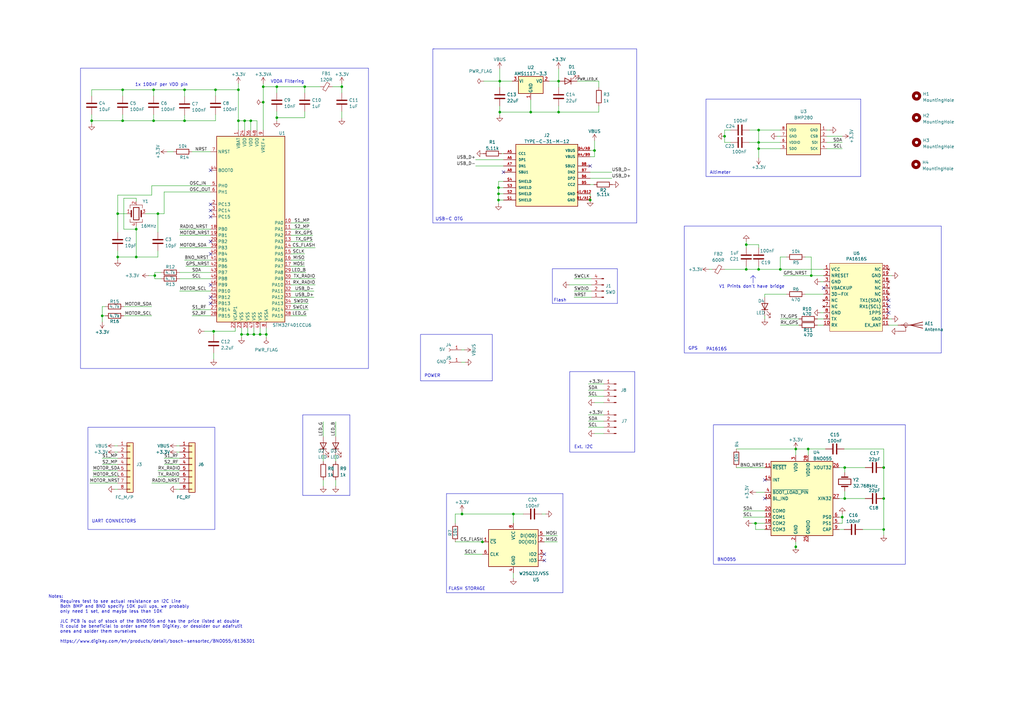
<source format=kicad_sch>
(kicad_sch (version 20231120) (generator "eeschema") (generator_version "8.0")
  (paper "A3")
  (junction (at 311.15 53.34))
  (junction (at 309.88 214.63))
  (junction (at 87.63 135.89))
  (junction (at 62.992 36.83))
  (junction (at 99.06 137.16))
  (junction (at 326.39 184.15))
  (junction (at 229.108 45.974))
  (junction (at 306.07 100.33))
  (junction (at 311.15 110.49))
  (junction (at 346.456 204.47))
  (junction (at 345.44 212.09))
  (junction (at 243.84 61.722))
  (junction (at 311.15 58.42))
  (junction (at 326.39 224.282))
  (junction (at 55.88 93.98))
  (junction (at 197.866 222.25))
  (junction (at 64.77 87.63))
  (junction (at 62.992 49.53))
  (junction (at 320.04 110.49))
  (junction (at 204.47 76.962))
  (junction (at 346.456 191.77))
  (junction (at 48.26 105.41))
  (junction (at 204.47 82.042))
  (junction (at 124.968 35.56))
  (junction (at 362.458 191.77))
  (junction (at 48.26 87.63))
  (junction (at 106.68 137.16))
  (junction (at 75.692 36.83))
  (junction (at 311.15 60.96))
  (junction (at 55.88 105.41))
  (junction (at 113.538 35.56))
  (junction (at 204.47 79.502))
  (junction (at 101.6 137.16))
  (junction (at 140.208 35.56))
  (junction (at 210.566 210.82))
  (junction (at 41.91 129.54))
  (junction (at 204.978 33.274))
  (junction (at 102.87 49.53))
  (junction (at 297.18 55.88))
  (junction (at 362.458 217.17))
  (junction (at 331.47 184.15))
  (junction (at 229.108 33.274))
  (junction (at 107.95 41.91))
  (junction (at 104.14 137.16))
  (junction (at 63.5 113.03))
  (junction (at 107.95 35.56))
  (junction (at 88.392 36.83))
  (junction (at 332.74 113.03))
  (junction (at 97.79 36.83))
  (junction (at 100.33 49.53))
  (junction (at 217.678 45.974))
  (junction (at 97.79 49.53))
  (junction (at 50.292 36.83))
  (junction (at 37.592 49.53))
  (junction (at 109.22 137.16))
  (junction (at 50.292 49.53))
  (junction (at 113.538 48.26))
  (junction (at 204.978 45.974))
  (junction (at 242.062 82.042))
  (junction (at 189.484 210.82))
  (junction (at 75.692 49.53))
  (junction (at 306.07 110.49))
  (junction (at 362.458 204.47))
  (no_connect (at 337.82 118.11))
  (no_connect (at 364.49 125.73))
  (no_connect (at 364.49 128.27))
  (no_connect (at 86.36 99.06))
  (no_connect (at 206.502 70.612))
  (no_connect (at 86.36 121.92))
  (no_connect (at 86.36 116.84))
  (no_connect (at 86.36 104.14))
  (no_connect (at 86.36 83.82))
  (no_connect (at 86.36 86.36))
  (no_connect (at 86.36 88.9))
  (no_connect (at 86.36 69.85))
  (no_connect (at 242.062 68.072))
  (no_connect (at 364.49 123.19))
  (no_connect (at 313.69 196.85))
  (no_connect (at 313.69 204.47))
  (no_connect (at 86.36 124.46))
  (no_connect (at 223.266 227.33))
  (no_connect (at 223.266 229.87))
  (wire (pts (xy 346.456 191.77) (xy 354.838 191.77)))
  (wire (pts (xy 68.58 62.23) (xy 71.12 62.23)))
  (polyline (pts (xy 226.568 110.236) (xy 226.568 124.46)))
  (wire (pts (xy 88.392 36.83) (xy 97.79 36.83)))
  (wire (pts (xy 297.18 58.42) (xy 299.72 58.42)))
  (wire (pts (xy 119.38 96.52) (xy 128.27 96.52)))
  (wire (pts (xy 229.108 43.434) (xy 229.108 45.974)))
  (wire (pts (xy 346.202 184.15) (xy 362.458 184.15)))
  (wire (pts (xy 87.63 144.78) (xy 87.63 147.32)))
  (wire (pts (xy 55.88 93.98) (xy 55.88 92.71)))
  (wire (pts (xy 309.88 217.17) (xy 309.88 214.63)))
  (wire (pts (xy 62.23 76.2) (xy 62.23 80.01)))
  (wire (pts (xy 321.31 113.03) (xy 332.74 113.03)))
  (wire (pts (xy 242.57 114.3) (xy 235.458 114.3)))
  (wire (pts (xy 292.1 110.49) (xy 290.83 110.49)))
  (wire (pts (xy 48.26 87.63) (xy 48.26 95.25)))
  (wire (pts (xy 41.91 129.54) (xy 43.18 129.54)))
  (wire (pts (xy 190.5 227.33) (xy 197.866 227.33)))
  (wire (pts (xy 124.968 45.72) (xy 124.968 48.26)))
  (wire (pts (xy 320.04 133.35) (xy 327.66 133.35)))
  (wire (pts (xy 311.15 58.42) (xy 311.15 60.96)))
  (wire (pts (xy 132.588 186.69) (xy 132.588 189.23)))
  (wire (pts (xy 107.95 41.91) (xy 107.95 53.34)))
  (wire (pts (xy 217.678 40.894) (xy 217.678 45.974)))
  (wire (pts (xy 132.588 196.85) (xy 132.588 199.39)))
  (wire (pts (xy 73.66 114.3) (xy 86.36 114.3)))
  (wire (pts (xy 50.292 46.99) (xy 50.292 49.53)))
  (wire (pts (xy 346.456 204.47) (xy 344.17 204.47)))
  (wire (pts (xy 204.978 33.274) (xy 210.058 33.274)))
  (wire (pts (xy 344.17 217.17) (xy 346.202 217.17)))
  (wire (pts (xy 310.134 201.93) (xy 313.69 201.93)))
  (wire (pts (xy 97.79 34.29) (xy 97.79 36.83)))
  (wire (pts (xy 48.26 87.63) (xy 52.07 87.63)))
  (wire (pts (xy 62.992 46.99) (xy 62.992 49.53)))
  (wire (pts (xy 362.458 191.77) (xy 362.458 204.47)))
  (wire (pts (xy 243.84 61.722) (xy 242.062 61.722)))
  (polyline (pts (xy 261.112 91.44) (xy 177.546 91.44)))
  (wire (pts (xy 242.062 70.612) (xy 250.952 70.612)))
  (wire (pts (xy 102.87 49.53) (xy 100.33 49.53)))
  (wire (pts (xy 140.208 34.29) (xy 140.208 35.56)))
  (wire (pts (xy 64.77 87.63) (xy 64.77 95.25)))
  (wire (pts (xy 326.39 222.25) (xy 326.39 224.282)))
  (wire (pts (xy 101.6 134.62) (xy 101.6 137.16)))
  (wire (pts (xy 336.55 115.57) (xy 337.82 115.57)))
  (wire (pts (xy 189.484 209.804) (xy 189.484 210.82)))
  (wire (pts (xy 48.26 102.87) (xy 48.26 105.41)))
  (wire (pts (xy 313.69 120.65) (xy 313.69 121.92)))
  (wire (pts (xy 46.99 200.66) (xy 48.26 200.66)))
  (wire (pts (xy 62.23 80.01) (xy 48.26 80.01)))
  (wire (pts (xy 88.392 49.53) (xy 75.692 49.53)))
  (wire (pts (xy 204.978 28.194) (xy 204.978 33.274)))
  (wire (pts (xy 41.91 125.73) (xy 41.91 129.54)))
  (wire (pts (xy 223.266 222.25) (xy 228.6 222.25)))
  (wire (pts (xy 50.8 81.28) (xy 50.8 93.98)))
  (wire (pts (xy 364.49 113.03) (xy 365.76 113.03)))
  (wire (pts (xy 229.108 45.974) (xy 217.678 45.974)))
  (wire (pts (xy 113.538 45.72) (xy 113.538 48.26)))
  (wire (pts (xy 78.74 127) (xy 86.36 127)))
  (wire (pts (xy 72.39 200.66) (xy 73.66 200.66)))
  (polyline (pts (xy 230.886 243.078) (xy 183.134 243.078)))
  (wire (pts (xy 88.392 39.37) (xy 88.392 36.83)))
  (polyline (pts (xy 183.134 202.438) (xy 230.886 202.438)))
  (wire (pts (xy 55.88 93.98) (xy 55.88 105.41)))
  (wire (pts (xy 339.09 58.42) (xy 345.44 58.42)))
  (wire (pts (xy 124.968 38.1) (xy 124.968 35.56)))
  (wire (pts (xy 320.04 105.41) (xy 322.58 105.41)))
  (wire (pts (xy 55.88 81.28) (xy 50.8 81.28)))
  (polyline (pts (xy 308.862 113.034) (xy 308.862 113.542)))
  (polyline (pts (xy 183.134 202.438) (xy 183.134 243.078)))
  (wire (pts (xy 132.588 172.974) (xy 132.588 179.07)))
  (wire (pts (xy 140.208 45.72) (xy 140.208 48.514)))
  (wire (pts (xy 76.2 109.22) (xy 86.36 109.22)))
  (wire (pts (xy 311.15 53.34) (xy 320.04 53.34)))
  (wire (pts (xy 119.38 121.92) (xy 128.778 121.92)))
  (polyline (pts (xy 124.206 203.2) (xy 143.51 203.2)))
  (wire (pts (xy 78.74 129.54) (xy 86.36 129.54)))
  (wire (pts (xy 204.978 33.274) (xy 204.978 35.814)))
  (wire (pts (xy 204.47 76.962) (xy 204.47 79.502)))
  (wire (pts (xy 302.006 191.77) (xy 313.69 191.77)))
  (wire (pts (xy 109.22 137.16) (xy 109.22 138.43)))
  (wire (pts (xy 331.47 184.15) (xy 331.47 186.69)))
  (wire (pts (xy 97.79 36.83) (xy 97.79 49.53)))
  (wire (pts (xy 326.39 184.15) (xy 326.39 186.69)))
  (wire (pts (xy 344.17 212.09) (xy 345.44 212.09)))
  (wire (pts (xy 320.04 110.49) (xy 337.82 110.49)))
  (wire (pts (xy 83.82 135.89) (xy 87.63 135.89)))
  (wire (pts (xy 306.07 110.49) (xy 306.07 109.22)))
  (wire (pts (xy 73.66 101.6) (xy 86.36 101.6)))
  (wire (pts (xy 119.38 129.54) (xy 125.73 129.54)))
  (wire (pts (xy 113.538 48.26) (xy 124.968 48.26)))
  (wire (pts (xy 198.12 222.25) (xy 197.866 222.25)))
  (wire (pts (xy 63.5 114.3) (xy 66.04 114.3)))
  (wire (pts (xy 311.15 60.96) (xy 320.04 60.96)))
  (wire (pts (xy 105.41 49.53) (xy 102.87 49.53)))
  (wire (pts (xy 345.44 214.63) (xy 345.44 212.09)))
  (wire (pts (xy 245.618 33.274) (xy 245.618 35.814)))
  (wire (pts (xy 137.668 196.85) (xy 137.668 199.39)))
  (wire (pts (xy 198.374 33.274) (xy 204.978 33.274)))
  (wire (pts (xy 64.77 195.58) (xy 73.66 195.58)))
  (wire (pts (xy 353.822 217.17) (xy 362.458 217.17)))
  (wire (pts (xy 318.77 55.88) (xy 320.04 55.88)))
  (wire (pts (xy 306.07 110.49) (xy 311.15 110.49)))
  (wire (pts (xy 297.18 55.88) (xy 297.18 58.42)))
  (wire (pts (xy 101.6 137.16) (xy 99.06 137.16)))
  (wire (pts (xy 204.47 79.502) (xy 206.502 79.502)))
  (wire (pts (xy 245.618 45.974) (xy 229.108 45.974)))
  (wire (pts (xy 225.298 33.274) (xy 229.108 33.274)))
  (wire (pts (xy 109.22 134.62) (xy 109.22 137.16)))
  (wire (pts (xy 109.22 137.16) (xy 106.68 137.16)))
  (wire (pts (xy 326.39 184.15) (xy 331.47 184.15)))
  (wire (pts (xy 106.68 134.62) (xy 106.68 137.16)))
  (polyline (pts (xy 177.546 91.44) (xy 177.546 20.066)))
  (wire (pts (xy 311.15 110.49) (xy 320.04 110.49)))
  (wire (pts (xy 124.968 35.56) (xy 131.318 35.56)))
  (wire (pts (xy 73.66 96.52) (xy 86.36 96.52)))
  (polyline (pts (xy 308.862 113.542) (xy 308.862 116.082)))
  (wire (pts (xy 346.456 204.47) (xy 354.838 204.47)))
  (wire (pts (xy 222.25 210.82) (xy 223.774 210.82)))
  (wire (pts (xy 67.31 187.96) (xy 73.66 187.96)))
  (wire (pts (xy 137.668 172.974) (xy 137.668 179.07)))
  (wire (pts (xy 55.88 82.55) (xy 55.88 81.28)))
  (polyline (pts (xy 261.112 20.066) (xy 261.112 91.44)))
  (polyline (pts (xy 226.568 110.236) (xy 253.238 110.236)))
  (wire (pts (xy 50.8 93.98) (xy 55.88 93.98)))
  (wire (pts (xy 46.99 182.88) (xy 48.26 182.88)))
  (wire (pts (xy 336.55 128.27) (xy 337.82 128.27)))
  (wire (pts (xy 119.38 124.46) (xy 126.492 124.46)))
  (wire (pts (xy 106.68 137.16) (xy 104.14 137.16)))
  (wire (pts (xy 242.062 73.152) (xy 250.952 73.152)))
  (wire (pts (xy 313.69 120.65) (xy 322.58 120.65)))
  (wire (pts (xy 235.458 121.92) (xy 242.57 121.92)))
  (wire (pts (xy 332.74 113.03) (xy 332.74 105.41)))
  (wire (pts (xy 233.426 116.84) (xy 242.57 116.84)))
  (wire (pts (xy 119.38 93.98) (xy 127 93.98)))
  (wire (pts (xy 119.38 104.14) (xy 124.968 104.14)))
  (wire (pts (xy 204.47 76.962) (xy 206.502 76.962)))
  (wire (pts (xy 223.266 219.71) (xy 228.6 219.71)))
  (wire (pts (xy 186.69 210.82) (xy 189.484 210.82)))
  (wire (pts (xy 37.592 39.37) (xy 37.592 36.83)))
  (wire (pts (xy 75.692 49.53) (xy 62.992 49.53)))
  (wire (pts (xy 311.15 53.34) (xy 311.15 58.42)))
  (wire (pts (xy 243.84 177.8) (xy 247.65 177.8)))
  (wire (pts (xy 64.77 105.41) (xy 55.88 105.41)))
  (wire (pts (xy 206.502 74.422) (xy 204.47 74.422)))
  (wire (pts (xy 306.07 100.33) (xy 311.15 100.33)))
  (wire (pts (xy 229.108 33.274) (xy 229.108 28.194)))
  (wire (pts (xy 140.208 35.56) (xy 140.208 38.1)))
  (wire (pts (xy 113.538 35.56) (xy 107.95 35.56)))
  (wire (pts (xy 41.91 190.5) (xy 48.26 190.5)))
  (wire (pts (xy 189.23 143.51) (xy 190.5 143.51)))
  (wire (pts (xy 242.062 79.502) (xy 242.062 82.042)))
  (wire (pts (xy 308.356 214.63) (xy 309.88 214.63)))
  (wire (pts (xy 62.23 198.12) (xy 73.66 198.12)))
  (wire (pts (xy 330.2 120.65) (xy 337.82 120.65)))
  (wire (pts (xy 243.84 57.658) (xy 243.84 61.722)))
  (wire (pts (xy 189.23 148.59) (xy 190.754 148.59)))
  (wire (pts (xy 38.1 195.58) (xy 48.26 195.58)))
  (wire (pts (xy 297.18 53.34) (xy 297.18 55.88)))
  (wire (pts (xy 75.692 47.244) (xy 75.692 49.53)))
  (wire (pts (xy 62.23 125.73) (xy 50.8 125.73)))
  (wire (pts (xy 75.692 36.83) (xy 75.692 39.624)))
  (wire (pts (xy 210.566 214.63) (xy 210.566 210.82)))
  (wire (pts (xy 100.33 49.53) (xy 100.33 53.34)))
  (wire (pts (xy 136.398 35.56) (xy 140.208 35.56)))
  (wire (pts (xy 304.8 212.09) (xy 313.69 212.09)))
  (polyline (pts (xy 253.238 124.46) (xy 226.568 124.46)))
  (wire (pts (xy 41.91 187.96) (xy 48.26 187.96)))
  (wire (pts (xy 72.39 185.42) (xy 73.66 185.42)))
  (wire (pts (xy 107.95 34.29) (xy 107.95 35.56)))
  (wire (pts (xy 362.458 204.47) (xy 362.458 217.17)))
  (wire (pts (xy 104.14 137.16) (xy 101.6 137.16)))
  (wire (pts (xy 326.39 224.282) (xy 326.39 225.298)))
  (polyline (pts (xy 177.546 20.066) (xy 178.054 20.066)))
  (wire (pts (xy 50.8 129.54) (xy 62.23 129.54)))
  (wire (pts (xy 311.15 100.33) (xy 311.15 101.6)))
  (wire (pts (xy 67.31 87.63) (xy 64.77 87.63)))
  (wire (pts (xy 62.992 36.83) (xy 62.992 39.37)))
  (polyline (pts (xy 253.238 110.236) (xy 253.238 124.46)))
  (wire (pts (xy 345.44 210.82) (xy 345.44 212.09)))
  (wire (pts (xy 186.69 222.25) (xy 197.866 222.25)))
  (wire (pts (xy 364.49 130.81) (xy 365.76 130.81)))
  (wire (pts (xy 75.692 36.83) (xy 88.392 36.83)))
  (wire (pts (xy 113.538 48.26) (xy 113.538 49.53)))
  (wire (pts (xy 313.69 129.54) (xy 313.69 130.81)))
  (wire (pts (xy 50.292 49.53) (xy 37.592 49.53)))
  (polyline (pts (xy 230.886 202.438) (xy 230.886 243.078)))
  (polyline (pts (xy 143.51 170.18) (xy 124.206 170.18)))
  (wire (pts (xy 307.34 58.42) (xy 311.15 58.42)))
  (wire (pts (xy 243.84 165.1) (xy 247.65 165.1)))
  (wire (pts (xy 241.3 157.48) (xy 247.65 157.48)))
  (wire (pts (xy 36.83 198.12) (xy 48.26 198.12)))
  (wire (pts (xy 186.69 210.82) (xy 186.69 214.63)))
  (wire (pts (xy 204.47 79.502) (xy 204.47 82.042)))
  (wire (pts (xy 204.47 74.422) (xy 204.47 76.962)))
  (wire (pts (xy 210.566 210.82) (xy 214.63 210.82)))
  (wire (pts (xy 204.978 45.974) (xy 204.978 47.244)))
  (wire (pts (xy 304.8 209.55) (xy 313.69 209.55)))
  (wire (pts (xy 41.91 129.54) (xy 41.91 132.08)))
  (wire (pts (xy 67.31 78.74) (xy 67.31 87.63)))
  (wire (pts (xy 96.52 135.89) (xy 96.52 134.62)))
  (wire (pts (xy 204.978 43.434) (xy 204.978 45.974)))
  (wire (pts (xy 87.63 135.89) (xy 96.52 135.89)))
  (wire (pts (xy 241.3 175.26) (xy 247.65 175.26)))
  (wire (pts (xy 307.34 53.34) (xy 311.15 53.34)))
  (polyline (pts (xy 124.206 170.434) (xy 124.206 203.2)))
  (polyline (pts (xy 124.206 170.18) (xy 124.206 170.434)))
  (wire (pts (xy 119.38 101.6) (xy 129.286 101.6)))
  (wire (pts (xy 332.74 113.03) (xy 337.82 113.03)))
  (wire (pts (xy 107.95 35.56) (xy 107.95 41.91)))
  (wire (pts (xy 119.38 106.68) (xy 124.968 106.68)))
  (wire (pts (xy 206.502 82.042) (xy 204.47 82.042)))
  (wire (pts (xy 119.38 109.22) (xy 124.968 109.22)))
  (wire (pts (xy 102.87 49.53) (xy 102.87 53.34)))
  (wire (pts (xy 124.968 35.56) (xy 113.538 35.56)))
  (wire (pts (xy 339.09 55.88) (xy 345.44 55.88)))
  (wire (pts (xy 88.392 46.99) (xy 88.392 49.53)))
  (wire (pts (xy 217.678 45.974) (xy 204.978 45.974)))
  (wire (pts (xy 210.566 234.95) (xy 210.566 237.236)))
  (wire (pts (xy 195.072 68.072) (xy 206.502 68.072)))
  (wire (pts (xy 48.26 105.41) (xy 48.26 106.68)))
  (wire (pts (xy 62.23 76.2) (xy 86.36 76.2)))
  (wire (pts (xy 362.458 217.17) (xy 362.458 219.456)))
  (wire (pts (xy 206.502 65.532) (xy 195.072 65.532)))
  (wire (pts (xy 344.17 191.77) (xy 346.456 191.77)))
  (wire (pts (xy 119.38 111.76) (xy 125.476 111.76)))
  (wire (pts (xy 137.668 186.69) (xy 137.668 189.23)))
  (wire (pts (xy 313.69 217.17) (xy 309.88 217.17)))
  (wire (pts (xy 37.592 49.53) (xy 37.592 50.8)))
  (wire (pts (xy 346.456 191.77) (xy 346.456 193.802)))
  (wire (pts (xy 99.06 134.62) (xy 99.06 137.16)))
  (wire (pts (xy 309.88 214.63) (xy 313.69 214.63)))
  (wire (pts (xy 63.5 111.76) (xy 63.5 113.03)))
  (wire (pts (xy 73.66 111.76) (xy 86.36 111.76)))
  (wire (pts (xy 46.99 185.42) (xy 48.26 185.42)))
  (wire (pts (xy 339.09 53.34) (xy 340.36 53.34)))
  (wire (pts (xy 63.5 113.03) (xy 63.5 114.3)))
  (wire (pts (xy 73.66 119.38) (xy 86.36 119.38)))
  (wire (pts (xy 311.15 58.42) (xy 320.04 58.42)))
  (wire (pts (xy 204.47 82.042) (xy 204.47 83.566)))
  (wire (pts (xy 299.72 53.34) (xy 297.18 53.34)))
  (wire (pts (xy 113.538 35.56) (xy 113.538 38.1)))
  (wire (pts (xy 67.31 190.5) (xy 73.66 190.5)))
  (wire (pts (xy 242.062 75.692) (xy 243.586 75.692)))
  (wire (pts (xy 364.49 133.35) (xy 368.3 133.35)))
  (wire (pts (xy 119.38 116.84) (xy 129.286 116.84)))
  (wire (pts (xy 37.592 36.83) (xy 50.292 36.83)))
  (wire (pts (xy 330.2 105.41) (xy 332.74 105.41)))
  (wire (pts (xy 104.14 134.62) (xy 104.14 137.16)))
  (wire (pts (xy 119.38 99.06) (xy 128.27 99.06)))
  (wire (pts (xy 97.79 49.53) (xy 97.79 53.34)))
  (wire (pts (xy 320.04 105.41) (xy 320.04 110.49)))
  (wire (pts (xy 119.38 127) (xy 126.492 127)))
  (wire (pts (xy 245.618 43.434) (xy 245.618 45.974)))
  (wire (pts (xy 236.728 33.274) (xy 245.618 33.274)))
  (wire (pts (xy 241.3 170.18) (xy 247.65 170.18)))
  (wire (pts (xy 64.77 193.04) (xy 73.66 193.04)))
  (wire (pts (xy 119.38 91.44) (xy 127 91.44)))
  (wire (pts (xy 205.74 62.992) (xy 206.502 62.992)))
  (wire (pts (xy 306.07 110.49) (xy 297.18 110.49)))
  (wire (pts (xy 99.06 137.16) (xy 99.06 138.43)))
  (wire (pts (xy 241.3 160.02) (xy 247.65 160.02)))
  (wire (pts (xy 50.292 36.83) (xy 50.292 39.37)))
  (wire (pts (xy 63.5 111.76) (xy 66.04 111.76)))
  (wire (pts (xy 87.63 137.16) (xy 87.63 135.89)))
  (wire (pts (xy 302.006 184.15) (xy 326.39 184.15)))
  (wire (pts (xy 43.18 125.73) (xy 41.91 125.73)))
  (wire (pts (xy 64.77 102.87) (xy 64.77 105.41)))
  (wire (pts (xy 72.39 182.88) (xy 73.66 182.88)))
  (wire (pts (xy 189.484 210.82) (xy 210.566 210.82)))
  (wire (pts (xy 73.66 93.98) (xy 86.36 93.98)))
  (wire (pts (xy 320.04 130.81) (xy 327.66 130.81)))
  (wire (pts (xy 344.17 214.63) (xy 345.44 214.63)))
  (wire (pts (xy 306.07 99.06) (xy 306.07 100.33)))
  (wire (pts (xy 105.41 53.34) (xy 105.41 49.53)))
  (wire (pts (xy 59.69 87.63) (xy 64.77 87.63)))
  (wire (pts (xy 62.992 49.53) (xy 50.292 49.53)))
  (wire (pts (xy 119.38 114.3) (xy 129.286 114.3)))
  (wire (pts (xy 119.38 119.38) (xy 128.778 119.38)))
  (wire (pts (xy 48.26 80.01) (xy 48.26 87.63)))
  (wire (pts (xy 67.31 78.74) (xy 86.36 78.74)))
  (wire (pts (xy 100.33 49.53) (xy 97.79 49.53)))
  (wire (pts (xy 346.456 201.422) (xy 346.456 204.47)))
  (polyline (pts (xy 143.51 203.2) (xy 143.51 170.18)))
  (wire (pts (xy 241.3 172.72) (xy 247.65 172.72)))
  (wire (pts (xy 242.062 64.262) (xy 243.84 64.262)))
  (wire (pts (xy 362.458 184.15) (xy 362.458 191.77)))
  (wire (pts (xy 63.5 113.03) (xy 60.96 113.03)))
  (wire (pts (xy 38.1 193.04) (xy 48.26 193.04)))
  (wire (pts (xy 306.07 100.33) (xy 306.07 101.6)))
  (wire (pts (xy 311.15 110.49) (xy 311.15 109.22)))
  (wire (pts (xy 75.692 106.68) (xy 86.36 106.68)))
  (wire (pts (xy 50.292 36.83) (xy 62.992 36.83)))
  (wire (pts (xy 243.84 64.262) (xy 243.84 61.722)))
  (wire (pts (xy 339.09 60.96) (xy 345.44 60.96)))
  (wire (pts (xy 241.3 162.56) (xy 247.65 162.56)))
  (wire (pts (xy 331.47 184.15) (xy 338.582 184.15)))
  (wire (pts (xy 55.88 105.41) (xy 48.26 105.41)))
  (wire (pts (xy 335.28 133.35) (xy 337.82 133.35)))
  (wire (pts (xy 37.592 46.99) (xy 37.592 49.53)))
  (wire (pts (xy 335.28 130.81) (xy 337.82 130.81)))
  (wire (pts (xy 229.108 33.274) (xy 229.108 35.814)))
  (wire (pts (xy 62.992 36.83) (xy 75.692 36.83)))
  (wire (pts (xy 78.74 62.23) (xy 86.36 62.23)))
  (polyline (pts (xy 177.8 20.066) (xy 261.112 20.066)))
  (wire (pts (xy 242.57 119.38) (xy 235.458 119.38)))
  (wire (pts (xy 311.15 60.96) (xy 311.15 64.77)))
  (rectangle (start 292.608 174.244) (end 371.348 231.394))
  (rectangle (start 233.68 152.4) (end 260.35 185.42))
  (rectangle (start 33.02 27.94) (end 151.13 151.13))
  (rectangle (start 289.56 40.64) (end 353.06 72.39))
  (arc (start 307.848 114.054) (mid 308.3372 113.5272) (end 308.864 113.038))
  (arc (start 308.862 113.034) (mid 309.3887 113.5233) (end 309.878 114.05))
  (rectangle (start 280.67 92.71) (end 386.08 144.78))
  (rectangle (start 172.466 137.16) (end 201.93 156.21))
  (rectangle (start 36.068 175.26) (end 88.138 217.17))
  (text "VDDA Filtering" (at 110.998 34.29 0) (effects (font (size 1.27 1.27)) (justify left bottom)))
  (text "Flash" (at 227.076 123.952 0) (effects (font (size 1.27 1.27)) (justify left bottom)))
  (text "Altimeter" (at 295.402 70.866 0) (effects (font (size 1.27 1.27))))
  (text "FLASH STORAGE" (at 183.896 242.316 0) (effects (font (size 1.27 1.27)) (justify left bottom)))
  (text "PA1616S" (at 293.878 143.256 0) (effects (font (size 1.27 1.27))))
  (text "V1 Prints don't have bridge" (at 308.354 117.606 0) (effects (font (size 1.27 1.27))))
  (text "1x 100nF per VDD pin" (at 55.372 35.56 0) (effects (font (size 1.27 1.27)) (justify left bottom)))
  (text "Notes:\n	Requires test to see actual resistance on I2C Line\n	Both BMP and BNO specify 10K pull ups, we probably\n	only need 1 set, and maybe less than 10K\n\n	JLC PCB is out of stock of the BNO055 and has the price listed at double\n	it could be beneficial to order some from DigiKey, or desolder our adafrutit\n	ones and solder them ourselves\n\n	https://www.digikey.com/en/products/detail/bosch-sensortec/BNO055/6136301" (at 19.812 263.906 0) (effects (font (size 1.27 1.27)) (justify left bottom)))
  (text "USB-C OTG" (at 178.562 90.678 0) (effects (font (size 1.27 1.27)) (justify left bottom)))
  (text "GPS" (at 284.226 143.002 0) (effects (font (size 1.27 1.27))))
  (text "UART CONNECTORS" (at 46.736 213.868 0) (effects (font (size 1.27 1.27))))
  (text "BNO055" (at 294.132 230.378 0) (effects (font (size 1.27 1.27)) (justify left bottom)))
  (text "Ext. I2C" (at 235.458 184.15 0) (effects (font (size 1.27 1.27)) (justify left bottom)))
  (text "POWER" (at 173.99 154.94 0) (effects (font (size 1.27 1.27)) (justify left bottom)))
  (label "USB_D-" (at 128.778 119.38 180))
  (label "USB_D+" (at 128.778 121.92 180))
  (label "GPS_NRST" (at 321.31 113.03 0))
  (label "TX_RADIO" (at 129.286 114.3 180))
  (label "MOTOR_SDA" (at 62.23 125.73 180))
  (label "S2_MP" (at 41.91 190.5 0))
  (label "SCL" (at 241.3 162.56 0))
  (label "+3.3V" (at 241.3 170.18 0))
  (label "MOTOR_SCL" (at 73.66 119.38 0))
  (label "USB_D-" (at 195.072 68.072 180))
  (label "USB_D+" (at 195.072 65.532 180))
  (label "LED_B" (at 125.476 111.76 180))
  (label "OSC_IN" (at 77.724 76.2 0))
  (label "S1_RF" (at 67.31 187.96 0))
  (label "MOTOR_SCL" (at 62.23 129.54 180))
  (label "S1_MP" (at 127 91.44 180))
  (label "TX_GPS" (at 320.04 130.81 0))
  (label "BNO_NRST" (at 75.692 106.68 0))
  (label "+3.3V" (at 241.3 157.48 0))
  (label "SWCLK" (at 235.458 114.3 0))
  (label "SCL" (at 78.74 114.3 0))
  (label "CS_FLASH" (at 129.286 101.6 180))
  (label "LED_G" (at 125.73 129.54 180))
  (label "SWDIO" (at 235.458 119.38 0))
  (label "SDA" (at 345.44 58.42 180))
  (label "S2_MP" (at 127 93.98 180))
  (label "TX_GPS" (at 128.27 99.06 180))
  (label "SCL" (at 241.3 175.26 0))
  (label "CS_FLASH" (at 198.12 222.25 180))
  (label "OSC_OUT" (at 77.724 78.74 0))
  (label "NRST" (at 235.458 121.92 0))
  (label "MOTOR_SDA" (at 73.66 101.6 0))
  (label "RX_GPS" (at 320.04 133.35 0))
  (label "USB_D-" (at 250.952 70.612 0))
  (label "SDA" (at 241.3 172.72 0))
  (label "MOSI" (at 228.6 219.71 180))
  (label "SWCLK" (at 126.492 127 180))
  (label "S1_MP" (at 41.91 187.96 0))
  (label "RADIO_NRST" (at 62.23 198.12 0))
  (label "LED_B" (at 137.668 172.974 270))
  (label "SDA" (at 78.74 111.76 0))
  (label "MISO" (at 124.968 106.68 180))
  (label "RX_RADIO" (at 64.77 193.04 0))
  (label "PWR_LED_K" (at 236.728 33.274 0) (effects (font (size 1 1))))
  (label "GPS_NRST" (at 76.2 109.22 0))
  (label "SDA" (at 241.3 160.02 0))
  (label "BNO_NRST" (at 303.53 191.77 0))
  (label "MOTOR_SDA" (at 38.1 193.04 0))
  (label "SCLK" (at 124.968 104.14 180))
  (label "RADIO_NRST" (at 73.66 93.98 0))
  (label "SCL" (at 345.44 60.96 180))
  (label "S1_RF" (at 78.74 127 0))
  (label "S2_RF" (at 67.31 190.5 0))
  (label "USB_D+" (at 250.952 73.152 0))
  (label "MOTOR_NRST" (at 73.66 96.52 0))
  (label "MOTOR_SCL" (at 38.1 195.58 0))
  (label "RX_RADIO" (at 129.286 116.84 180))
  (label "MOTOR_NRST" (at 36.83 198.12 0))
  (label "SWDIO" (at 126.492 124.46 180))
  (label "NRST" (at 80.01 62.23 0))
  (label "SCLK" (at 190.5 227.33 0))
  (label "SCL" (at 304.8 212.09 0))
  (label "LED_G" (at 132.588 172.974 270))
  (label "S2_RF" (at 78.74 129.54 0))
  (label "RX_GPS" (at 128.27 96.52 180))
  (label "MISO" (at 228.6 222.25 180))
  (label "SDA" (at 304.8 209.55 0))
  (label "MOSI" (at 124.968 109.22 180))
  (label "TX_RADIO" (at 64.77 195.58 0))
  (symbol (lib_id "power:GND") (at 313.69 130.81 0) (unit 1)
    (property "Reference" "#PWR08" (effects (hide yes)))
    (property "Value" "GND" (effects (hide yes)))
  )
  (symbol (lib_id "power:GND") (at 87.63 147.32 0) (unit 1)
    (property "Reference" "#PWR0116" (effects (hide yes)))
    (property "Value" "GND" (effects (hide yes)))
  )
  (symbol (lib_id "power:GND") (at 132.588 199.39 0) (unit 1)
    (property "Reference" "#PWR0136" (effects (hide yes)))
    (property "Value" "GND" (effects (hide yes)))
  )
  (symbol (lib_id "power:GND") (at 99.06 138.43 0) (unit 1)
    (property "Reference" "#PWR0117" (effects (hide yes)))
    (property "Value" "GND" (effects (hide yes)))
  )
  (symbol (lib_id "power:GND") (at 243.84 177.8 270) (unit 1)
    (property "Reference" "#PWR09" (effects (hide yes)))
    (property "Value" "GND" (effects (hide yes)))
  )
  (symbol (lib_id "PA1616D:PA1616D") (at 340.36 107.95 0) (unit 1)
    (property "Reference" "U6" (at 351.282 103.886 0))
    (property "Value" "PA1616S" (at 351.282 106.172 0))
    (property "Footprint" "CD-PA1616D:XCVR_CD-PA1616D" (effects (hide yes)))
    (property "Description" "GPS Module" (effects (hide yes)))
    (property "LCSC Part" "C9900146965" (effects (hide yes)))
  )
  (symbol (lib_id "power:GND") (at 308.356 214.63 270) (unit 1)
    (property "Reference" "#PWR0123" (effects (hide yes)))
    (property "Value" "GND" (effects (hide yes)))
  )
  (symbol (lib_id "Connector:Conn_01x01_Female") (at 184.15 143.51 0) (mirror y) (unit 1)
    (property "Reference" "J4" (at 185.166 141.478 0) (effects (justify left)))
    (property "Value" "5V" (at 182.626 143.256 0) (effects (justify left)))
    (property "Footprint" "TestPoint:TestPoint_THTPad_2.5x2.5mm_Drill1.2mm" (effects (hide yes)))
  )
  (symbol (lib_id "power:GND") (at 326.39 224.282 0) (unit 1)
    (property "Reference" "#PWR0125" (effects (hide yes)))
    (property "Value" "GND" (effects (hide yes)))
  )
  (symbol (lib_id "Connector_Generic:Conn_01x08") (at 53.34 190.5 0) (unit 1)
    (property "Reference" "J3" (at 55.88 190.4999 0) (effects (justify left)))
    (property "Value" "FC_M/P" (at 47.244 203.962 0) (effects (justify left)))
    (property "Footprint" "Connector_FFC-FPC:Molex_200528-0080_1x08-1MP_P1.00mm_Horizontal" (effects (hide yes)))
    (property "Description" "Generic connector, single row, 01x08, script generated (kicad-library-utils/schlib/autogen/connector/)" (effects (hide yes)))
    (property "LCSC Part" "C132510" (effects (hide yes)))
  )
  (symbol (lib_id "Device:LED") (at 313.69 125.73 90) (unit 1)
    (property "Reference" "D4" (at 310.896 123.444 90) (effects (justify right)))
    (property "Value" "LED" (at 310.134 128.27 90) (effects (justify right)))
    (property "Footprint" "LED_SMD:LED_0603_1608Metric" (effects (hide yes)))
    (property "LCSC Part" "C2290" (effects (hide yes)))
  )
  (symbol (lib_id "Device:Antenna_Shield") (at 373.38 133.35 270) (unit 1)
    (property "Reference" "AE1" (at 379.222 132.7093 90) (effects (justify left)))
    (property "Value" "Antenna" (at 379.222 135.1336 90) (effects (justify left)))
    (property "Footprint" "Connector_Coaxial:U.FL_Molex_MCRF_73412-0110_Vertical" (effects (hide yes)))
    (property "Description" "Antenna with extra pin for shielding" (effects (hide yes)))
    (property "LCSC Part" "C5137195" (effects (hide yes)))
  )
  (symbol (lib_id "Device:R") (at 46.99 125.73 270) (unit 1)
    (property "Reference" "R15" (at 46.99 123.698 90))
    (property "Value" "4.7k" (at 46.99 125.73 90))
    (property "Footprint" "Resistor_SMD:R_0402_1005Metric" (effects (hide yes)))
    (property "LCSC Part" "C119339" (effects (hide yes)))
  )
  (symbol (lib_id "power:GND") (at 140.208 48.514 0) (unit 1)
    (property "Reference" "#PWR0107" (effects (hide yes)))
    (property "Value" "GND" (effects (hide yes)))
  )
  (symbol (lib_id "Mechanical:MountingHole") (at 375.92 39.37 0) (unit 1)
    (property "Reference" "H1" (at 378.46 38.5353 0) (effects (justify left)))
    (property "Value" "MountingHole" (at 378.46 41.0722 0) (effects (justify left)))
    (property "Footprint" "MountingHole:MountingHole_2.2mm_M2" (effects (hide yes)))
  )
  (symbol (lib_id "Device:R") (at 331.47 130.81 90) (unit 1)
    (property "Reference" "R10" (at 330.962 126.746 90))
    (property "Value" "470" (at 330.962 128.778 90))
    (property "Footprint" "Resistor_SMD:R_0402_1005Metric" (effects (hide yes)))
    (property "LCSC Part" "0402WGJ0471TCE " (effects (hide yes)))
  )
  (symbol (lib_id "Device:R") (at 302.006 187.96 0) (unit 1)
    (property "Reference" "R4" (at 302.26 180.848 90) (effects (justify right)))
    (property "Value" "10k" (at 302.006 185.928 90) (effects (justify right)))
    (property "Footprint" "Resistor_SMD:R_0402_1005Metric" (effects (hide yes)))
    (property "LCSC Part" "C60490" (effects (hide yes)))
  )
  (symbol (lib_id "Sensor_Motion:BNO055") (at 328.93 204.47 0) (unit 1)
    (property "Reference" "U4" (at 333.4894 185.5302 0) (effects (justify left)))
    (property "Value" "BNO055" (at 333.4894 188.0671 0) (effects (justify left)))
    (property "Footprint" "Package_LGA:LGA-28_5.2x3.8mm_P0.5mm" (effects (hide yes)))
    (property "Datasheet" "https://ae-bst.resource.bosch.com/media/_tech/media/datasheets/BST_BNO055_DS000_14.pdf" (effects (hide yes)))
    (property "LCSC Part" "C93216" (effects (hide yes)))
  )
  (symbol (lib_id "Memory_Flash:W25Q32JVSS") (at 210.566 224.79 0) (unit 1)
    (property "Reference" "U5" (at 218.44 237.744 0) (effects (justify left)))
    (property "Value" "W25Q32JVSS" (at 212.852 235.204 0) (effects (justify left)))
    (property "Footprint" "Package_SO:SOIC-8_5.23x5.23mm_P1.27mm" (effects (hide yes)))
    (property "Datasheet" "http://www.winbond.com/resource-files/w25q32jv%20revg%2003272018%20plus.pdf" (effects (hide yes)))
    (property "LCSC Part" "C82344" (effects (hide yes)))
  )
  (symbol (lib_id "power:GND") (at 46.99 200.66 270) (unit 1)
    (property "Reference" "#PWR013" (effects (hide yes)))
    (property "Value" "GND" (effects (hide yes)))
  )
  (symbol (lib_id "Device:FerriteBead_Small") (at 133.858 35.56 90) (unit 1)
    (property "Reference" "FB1" (at 133.8199 30.1584 90))
    (property "Value" "120R" (at 133.8199 32.6953 90))
    (property "Footprint" "Inductor_SMD:L_0603_1608Metric" (effects (hide yes)))
    (property "LCSC Part" "C85831" (effects (hide yes)))
  )
  (symbol (lib_id "power:PWR_FLAG") (at 107.95 41.91 90) (unit 1)
    (property "Reference" "#FLG0101" (effects (hide yes)))
    (property "Value" "PWR_FLAG" (effects (hide yes)))
  )
  (symbol (lib_id "power:GND") (at 37.592 50.8 0) (unit 1)
    (property "Reference" "#PWR0102" (effects (hide yes)))
    (property "Value" "GND" (effects (hide yes)))
  )
  (symbol (lib_id "Device:R") (at 69.85 114.3 270) (unit 1)
    (property "Reference" "R13" (at 69.85 116.586 90))
    (property "Value" "4.7k" (at 69.85 114.3 90))
    (property "Footprint" "Resistor_SMD:R_0402_1005Metric" (effects (hide yes)))
    (property "LCSC Part" "C119339" (effects (hide yes)))
  )
  (symbol (lib_id "TYPE-C-31-M-12:TYPE-C-31-M-12") (at 224.282 71.882 0) (unit 1)
    (property "Reference" "J2" (at 224.282 55.4822 0))
    (property "Value" "TYPE-C-31-M-12" (at 224.282 58.0191 0))
    (property "Footprint" "USBC:HRO_TYPE-C-31-M-12" (effects (hide yes)))
    (property "SNAPEDA_PN" "TYPE-C-31-M-12" (effects (hide yes)))
    (property "MAXIMUM_PACKAGE_HEIGHT" "3.26 mm" (effects (hide yes)))
    (property "MANUFACTURER" "HRO Electronics Co., Ltd." (effects (hide yes)))
    (property "PARTREV" "2020.12.08" (effects (hide yes)))
    (property "STANDARD" "Manufacturer Recommendations" (effects (hide yes)))
    (property "LCSC Part" "C165948" (effects (hide yes)))
  )
  (symbol (lib_id "Device:C") (at 140.208 41.91 0) (unit 1)
    (property "Reference" "C11" (at 143.129 41.0753 0) (effects (justify left)))
    (property "Value" "1uF" (at 143.129 43.6122 0) (effects (justify left)))
    (property "Footprint" "Capacitor_SMD:C_0402_1005Metric" (effects (hide yes)))
    (property "LCSC Part" "C52923" (effects (hide yes)))
  )
  (symbol (lib_id "Device:R") (at 132.588 193.04 0) (unit 1)
    (property "Reference" "R8" (at 134.366 192.2053 0) (effects (justify left)))
    (property "Value" "1k" (at 134.366 194.7422 0) (effects (justify left)))
    (property "Footprint" "Resistor_SMD:R_0402_1005Metric" (effects (hide yes)))
    (property "LCSC Part" "C11702" (effects (hide yes)))
  )
  (symbol (lib_id "Regulator_Linear:AMS1117-3.3") (at 217.678 33.274 0) (unit 1)
    (property "Reference" "U2" (at 217.678 27.6692 0))
    (property "Value" "AMS1117-3.3" (at 217.678 30.2061 0))
    (property "Footprint" "Package_TO_SOT_SMD:SOT-223-3_TabPin2" (effects (hide yes)))
    (property "Datasheet" "http://www.advanced-monolithic.com/pdf/ds1117.pdf" (effects (hide yes)))
    (property "LCSC Part" "C6186" (effects (hide yes)))
  )
  (symbol (lib_id "Device:R") (at 247.396 75.692 270) (unit 1)
    (property "Reference" "R2" (at 247.396 77.978 90))
    (property "Value" "5.11k" (at 247.396 79.756 90))
    (property "Footprint" "Resistor_SMD:R_0402_1005Metric" (effects (hide yes)))
    (property "LCSC Part" "C25906" (effects (hide yes)))
  )
  (symbol (lib_id "power:+3.3V") (at 72.39 185.42 90) (unit 1)
    (property "Reference" "#PWR019" (effects (hide yes)))
    (property "Value" "+3.3V" (at 66.802 185.42 90))
  )
  (symbol (lib_id "power:GND") (at 198.12 62.992 270) (unit 1)
    (property "Reference" "#PWR0112" (effects (hide yes)))
    (property "Value" "GND" (effects (hide yes)))
  )
  (symbol (lib_id "Device:C") (at 48.26 99.06 0) (unit 1)
    (property "Reference" "C2" (at 51.181 98.2253 0) (effects (justify left)))
    (property "Value" "10pF" (at 51.181 100.7622 0) (effects (justify left)))
    (property "Footprint" "Capacitor_SMD:C_0402_1005Metric" (effects (hide yes)))
    (property "LCSC Part" "C32949" (effects (hide yes)))
  )
  (symbol (lib_id "power:GND") (at 72.39 200.66 270) (unit 1)
    (property "Reference" "#PWR020" (effects (hide yes)))
    (property "Value" "GND" (effects (hide yes)))
  )
  (symbol (lib_id "power:GND") (at 365.76 130.81 90) (unit 1)
    (property "Reference" "#PWR06" (effects (hide yes)))
    (property "Value" "GND" (effects (hide yes)))
  )
  (symbol (lib_id "Device:C") (at 37.592 43.18 0) (unit 1)
    (property "Reference" "C4" (at 40.513 42.3453 0) (effects (justify left)))
    (property "Value" "10uF" (at 40.513 44.8822 0) (effects (justify left)))
    (property "Footprint" "Capacitor_SMD:C_0603_1608Metric" (effects (hide yes)))
    (property "LCSC Part" "C19702" (effects (hide yes)))
  )
  (symbol (lib_id "power:GND") (at 362.458 219.456 0) (unit 1)
    (property "Reference" "#PWR0122" (effects (hide yes)))
    (property "Value" "GND" (effects (hide yes)))
  )
  (symbol (lib_id "power:GND") (at 242.062 82.042 0) (unit 1)
    (property "Reference" "#PWR0114" (effects (hide yes)))
    (property "Value" "GND" (effects (hide yes)))
  )
  (symbol (lib_id "power:+3.3V") (at 189.484 209.804 0) (unit 1)
    (property "Reference" "#PWR0127" (effects (hide yes)))
    (property "Value" "+3.3V" (at 189.484 205.994 0))
  )
  (symbol (lib_id "power:VBUS") (at 190.5 143.51 270) (mirror x) (unit 1)
    (property "Reference" "#PWR01" (effects (hide yes)))
    (property "Value" "VBUS" (at 194.31 143.51 0))
  )
  (symbol (lib_id "Device:C") (at 306.07 105.41 180) (unit 1)
    (property "Reference" "C21" (at 303.149 106.2447 0) (effects (justify left)))
    (property "Value" "1uF" (at 303.149 103.7078 0) (effects (justify left)))
    (property "Footprint" "Capacitor_SMD:C_0402_1005Metric" (effects (hide yes)))
    (property "LCSC Part" "C52923" (effects (hide yes)))
  )
  (symbol (lib_id "MCU_ST_STM32F4:STM32F401CCUx") (at 104.14 93.98 0) (unit 1)
    (property "Reference" "U1" (at 114.3 54.61 0) (effects (justify left)))
    (property "Value" "STM32F401CCU6" (at 111.76 133.35 0) (effects (justify left)))
    (property "Footprint" "Package_DFN_QFN:QFN-48-1EP_7x7mm_P0.5mm_EP5.6x5.6mm" (effects (hide yes)))
    (property "Datasheet" "http://www.st.com/st-web-ui/static/active/en/resource/technical/document/datasheet/DM00086815.pdf" (effects (hide yes)))
    (property "LCSC Part" "C79861" (effects (hide yes)))
  )
  (symbol (lib_id "Device:C") (at 350.012 217.17 90) (unit 1)
    (property "Reference" "C16" (at 350.012 211.3112 90))
    (property "Value" "100nF" (at 350.012 213.8481 90))
    (property "Footprint" "Capacitor_SMD:C_0402_1005Metric" (effects (hide yes)))
    (property "LCSC Part" "C307331" (effects (hide yes)))
  )
  (symbol (lib_id "power:VBUS") (at 204.978 28.194 0) (unit 1)
    (property "Reference" "#PWR0111" (effects (hide yes)))
    (property "Value" "VBUS" (at 204.978 24.384 0))
  )
  (symbol (lib_name "+3.3V_1") (lib_id "power:+3.3V") (at 60.96 113.03 90) (unit 1)
    (property "Reference" "#PWR023" (effects (hide yes)))
    (property "Value" "+3.3V" (at 57.15 113.0299 90) (effects (justify left)))
    (property "Description" "Power symbol creates a global label with name \"+3.3V\"" (effects (hide yes)))
  )
  (symbol (lib_id "power:GND") (at 204.47 83.566 0) (unit 1)
    (property "Reference" "#PWR0130" (effects (hide yes)))
    (property "Value" "GND" (effects (hide yes)))
  )
  (symbol (lib_id "power:GND") (at 113.538 49.53 0) (unit 1)
    (property "Reference" "#PWR0106" (effects (hide yes)))
    (property "Value" "GND" (effects (hide yes)))
  )
  (symbol (lib_id "power:+3.3V") (at 46.99 185.42 90) (unit 1)
    (property "Reference" "#PWR014" (effects (hide yes)))
    (property "Value" "+3.3V" (at 41.402 185.42 90))
  )
  (symbol (lib_id "Connector:Conn_01x04_Male") (at 247.65 119.38 180) (unit 1)
    (property "Reference" "J1" (at 248.3612 117.2753 0) (effects (justify right)))
    (property "Value" "SWD" (at 248.3612 119.8122 0) (effects (justify right)))
    (property "Footprint" "Connector_PinHeader_2.54mm:PinHeader_1x04_P2.54mm_Vertical" (effects (hide yes)))
    (property "LCSC Part" "C3025061" (effects (hide yes)))
  )
  (symbol (lib_id "power:GND") (at 365.76 113.03 90) (unit 1)
    (property "Reference" "#PWR05" (effects (hide yes)))
    (property "Value" "GND" (effects (hide yes)))
  )
  (symbol (lib_id "power:PWR_FLAG") (at 83.82 135.89 90) (unit 1)
    (property "Reference" "#FLG0104" (effects (hide yes)))
    (property "Value" "PWR_FLAG" (effects (hide yes)))
  )
  (symbol (lib_id "Device:C") (at 87.63 140.97 0) (unit 1)
    (property "Reference" "C12" (at 90.551 140.1353 0) (effects (justify left)))
    (property "Value" "2.2uF" (at 90.551 142.6722 0) (effects (justify left)))
    (property "Footprint" "Capacitor_SMD:C_0402_1005Metric" (effects (hide yes)))
    (property "LCSC Part" "C12530" (effects (hide yes)))
  )
  (symbol (lib_id "Device:LED") (at 132.588 182.88 90) (unit 1)
    (property "Reference" "D2" (at 130.429 184.9028 90) (effects (justify right)))
    (property "Value" "LED" (at 130.429 187.4397 90) (effects (justify right)))
    (property "Footprint" "LED_SMD:LED_0603_1608Metric" (effects (hide yes)))
    (property "LCSC Part" "C12624" (effects (hide yes)))
  )
  (symbol (lib_id "power:GND") (at 340.36 53.34 90) (unit 1)
    (property "Reference" "#PWR02" (effects (hide yes)))
    (property "Value" "GND" (effects (hide yes)))
  )
  (symbol (lib_id "power:GND") (at 223.774 210.82 90) (unit 1)
    (property "Reference" "#PWR0128" (effects (hide yes)))
    (property "Value" "GND" (effects (hide yes)))
  )
  (symbol (lib_id "power:+3.3V") (at 345.44 55.88 270) (unit 1)
    (property "Reference" "#PWR016" (effects (hide yes)))
    (property "Value" "+3.3V" (at 349.25 55.88 0))
  )
  (symbol (lib_id "Device:R") (at 74.93 62.23 90) (unit 1)
    (property "Reference" "R14" (at 73.66 64.516 90) (effects (justify right)))
    (property "Value" "10k" (at 73.152 59.944 90) (effects (justify right)))
    (property "Footprint" "Resistor_SMD:R_0402_1005Metric" (effects (hide yes)))
    (property "LCSC Part" "C60490" (effects (hide yes)))
  )
  (symbol (lib_id "Device:FerriteBead_Small") (at 294.64 110.49 90) (unit 1)
    (property "Reference" "FB2" (at 294.6019 104.14 90))
    (property "Value" "600R" (at 294.6019 106.68 90))
    (property "Footprint" "Inductor_SMD:L_0603_1608Metric" (effects (hide yes)))
    (property "LCSC Part" "C88976" (effects (hide yes)))
  )
  (symbol (lib_id "power:GND") (at 48.26 106.68 0) (unit 1)
    (property "Reference" "#PWR0108" (effects (hide yes)))
    (property "Value" "GND" (effects (hide yes)))
  )
  (symbol (lib_id "Device:LED") (at 232.918 33.274 180) (unit 1)
    (property "Reference" "D1" (at 234.5055 27.4152 0))
    (property "Value" "LED" (at 234.5055 29.9521 0))
    (property "Footprint" "LED_SMD:LED_0603_1608Metric" (effects (hide yes)))
    (property "LCSC Part" "C12624" (effects (hide yes)))
  )
  (symbol (lib_id "power:PWR_FLAG") (at 109.22 138.43 180) (unit 1)
    (property "Reference" "#FLG0103" (effects (hide yes)))
    (property "Value" "PWR_FLAG" (at 109.22 143.51 0))
  )
  (symbol (lib_id "power:GND") (at 190.754 148.59 90) (unit 1)
    (property "Reference" "#PWR0133" (effects (hide yes)))
    (property "Value" "GND" (effects (hide yes)))
  )
  (symbol (lib_id "power:+3.3V") (at 310.134 201.93 90) (unit 1)
    (property "Reference" "#PWR0124" (effects (hide yes)))
    (property "Value" "+3.3V" (at 306.324 201.93 0))
  )
  (symbol (lib_id "power:GND") (at 368.3 135.89 270) (unit 1)
    (property "Reference" "#PWR026" (effects (hide yes)))
    (property "Value" "GND" (effects (hide yes)))
  )
  (symbol (lib_id "Device:C") (at 113.538 41.91 0) (unit 1)
    (property "Reference" "C9" (at 116.459 41.0753 0) (effects (justify left)))
    (property "Value" "10nF" (at 116.459 43.6122 0) (effects (justify left)))
    (property "Footprint" "Capacitor_SMD:C_0402_1005Metric" (effects (hide yes)))
    (property "Datasheet" "https://datasheet.lcsc.com/lcsc/1808291033_Johanson-Dielectrics-250R07W103KV4T_C167438.pdf" (effects (hide yes)))
    (property "LCSC Part" "C15195" (effects (hide yes)))
  )
  (symbol (lib_id "Device:C") (at 50.292 43.18 0) (unit 1)
    (property "Reference" "C5" (at 53.213 42.3453 0) (effects (justify left)))
    (property "Value" "100nF" (at 53.213 44.8822 0) (effects (justify left)))
    (property "Footprint" "Capacitor_SMD:C_0402_1005Metric" (effects (hide yes)))
    (property "LCSC Part" "C307331" (effects (hide yes)))
  )
  (symbol (lib_id "power:+3.3V") (at 97.79 34.29 0) (unit 1)
    (property "Reference" "#PWR0104" (effects (hide yes)))
    (property "Value" "+3.3V" (at 97.79 30.48 0))
  )
  (symbol (lib_id "Device:R") (at 186.69 218.44 0) (unit 1)
    (property "Reference" "R7" (at 184.658 217.17 90) (effects (justify right)))
    (property "Value" "10k" (at 186.69 216.408 90) (effects (justify right)))
    (property "Footprint" "Resistor_SMD:R_0402_1005Metric" (effects (hide yes)))
    (property "LCSC Part" "C60490" (effects (hide yes)))
  )
  (symbol (lib_id "power:+3.3V") (at 311.15 64.77 180) (unit 1)
    (property "Reference" "#PWR017" (effects (hide yes)))
    (property "Value" "+3.3V" (at 311.15 68.58 0))
  )
  (symbol (lib_id "Connector:Conn_01x04_Pin") (at 252.73 160.02 0) (mirror y) (unit 1)
    (property "Reference" "J8" (at 255.778 160.02 0))
    (property "Value" "Conn_01x04_Pin" (effects (hide yes)))
    (property "Footprint" "Connector_JST:JST_SH_BM04B-SRSS-TB_1x04-1MP_P1.00mm_Vertical" (effects (hide yes)))
    (property "Description" "Generic connector, single row, 01x04, script generated" (effects (hide yes)))
    (property "LCSC Part" "C160390" (effects (hide yes)))
  )
  (symbol (lib_id "Device:LED") (at 137.668 182.88 90) (unit 1)
    (property "Reference" "D3" (at 135.509 184.9028 90) (effects (justify right)))
    (property "Value" "LED" (at 135.509 187.4397 90) (effects (justify right)))
    (property "Footprint" "LED_SMD:LED_0603_1608Metric" (effects (hide yes)))
    (property "LCSC Part" "C2288" (effects (hide yes)))
  )
  (symbol (lib_id "Device:C") (at 303.53 53.34 90) (unit 1)
    (property "Reference" "C24" (at 301.498 51.816 90) (effects (justify left)))
    (property "Value" "100nF" (at 306.832 49.53 90) (effects (justify left)))
    (property "Footprint" "Capacitor_SMD:C_0402_1005Metric" (effects (hide yes)))
    (property "LCSC Part" "C307331" (effects (hide yes)))
  )
  (symbol (lib_id "Mechanical:MountingHole") (at 375.92 48.26 0) (unit 1)
    (property "Reference" "H2" (at 378.46 47.4253 0) (effects (justify left)))
    (property "Value" "MountingHole" (at 378.46 49.9622 0) (effects (justify left)))
    (property "Footprint" "MountingHole:MountingHole_2.2mm_M2" (effects (hide yes)))
  )
  (symbol (lib_id "Connector:Conn_01x01_Female") (at 184.15 148.59 0) (mirror y) (unit 1)
    (property "Reference" "J5" (at 185.166 146.812 0) (effects (justify left)))
    (property "Value" "GND" (at 183.134 148.336 0) (effects (justify left)))
    (property "Footprint" "TestPoint:TestPoint_THTPad_2.5x2.5mm_Drill1.2mm" (effects (hide yes)))
  )
  (symbol (lib_id "power:GND") (at 251.206 75.692 90) (unit 1)
    (property "Reference" "#PWR0118" (effects (hide yes)))
    (property "Value" "GND" (effects (hide yes)))
  )
  (symbol (lib_id "power:GND") (at 306.07 99.06 0) (mirror x) (unit 1)
    (property "Reference" "#PWR07" (effects (hide yes)))
    (property "Value" "GND" (effects (hide yes)))
  )
  (symbol (lib_id "Device:R") (at 201.93 62.992 90) (unit 1)
    (property "Reference" "R1" (at 201.93 58.2762 90))
    (property "Value" "5.11k" (at 201.93 60.8131 90))
    (property "Footprint" "Resistor_SMD:R_0402_1005Metric" (effects (hide yes)))
    (property "LCSC Part" "C25906" (effects (hide yes)))
  )
  (symbol (lib_id "Device:C") (at 303.53 58.42 90) (unit 1)
    (property "Reference" "C23" (at 301.244 59.944 90) (effects (justify left)))
    (property "Value" "100nF" (at 306.324 62.23 90) (effects (justify left)))
    (property "Footprint" "Capacitor_SMD:C_0402_1005Metric" (effects (hide yes)))
    (property "LCSC Part" "C307331" (effects (hide yes)))
  )
  (symbol (lib_id "Connector_Generic:Conn_01x08") (at 78.74 190.5 0) (unit 1)
    (property "Reference" "J6" (at 81.28 190.4999 0) (effects (justify left)))
    (property "Value" "FC_RF" (at 72.39 203.962 0) (effects (justify left)))
    (property "Footprint" "Connector_FFC-FPC:Molex_200528-0080_1x08-1MP_P1.00mm_Horizontal" (effects (hide yes)))
    (property "Description" "Generic connector, single row, 01x08, script generated (kicad-library-utils/schlib/autogen/connector/)" (effects (hide yes)))
    (property "LCSC Part" "C132510" (effects (hide yes)))
  )
  (symbol (lib_id "Device:C") (at 218.44 210.82 90) (unit 1)
    (property "Reference" "C20" (at 218.44 204.9612 90))
    (property "Value" "100nF" (at 218.44 207.4981 90))
    (property "Footprint" "Capacitor_SMD:C_0402_1005Metric" (effects (hide yes)))
    (property "LCSC Part" "C307331" (effects (hide yes)))
  )
  (symbol (lib_id "power:GND") (at 336.55 128.27 270) (unit 1)
    (property "Reference" "#PWR04" (effects (hide yes)))
    (property "Value" "GND" (effects (hide yes)))
  )
  (symbol (lib_id "power:GND") (at 336.55 115.57 270) (unit 1)
    (property "Reference" "#PWR03" (effects (hide yes)))
    (property "Value" "GND" (effects (hide yes)))
  )
  (symbol (lib_id "power:GND") (at 204.978 47.244 0) (unit 1)
    (property "Reference" "#PWR0109" (effects (hide yes)))
    (property "Value" "GND" (effects (hide yes)))
  )
  (symbol (lib_id "Device:R") (at 326.39 120.65 90) (unit 1)
    (property "Reference" "R6" (at 326.39 118.618 90))
    (property "Value" "470" (at 326.39 122.936 90))
    (property "Footprint" "Resistor_SMD:R_0402_1005Metric" (effects (hide yes)))
    (property "LCSC Part" "0402WGJ0471TCE" (effects (hide yes)))
  )
  (symbol (lib_id "power:GND") (at 345.44 210.82 180) (unit 1)
    (property "Reference" "#PWR021" (effects (hide yes)))
    (property "Value" "GND" (effects (hide yes)))
  )
  (symbol (lib_id "Device:R") (at 245.618 39.624 0) (unit 1)
    (property "Reference" "R3" (at 247.396 38.7893 0) (effects (justify left)))
    (property "Value" "1k" (at 247.396 41.3262 0) (effects (justify left)))
    (property "Footprint" "Resistor_SMD:R_0402_1005Metric" (effects (hide yes)))
    (property "LCSC Part" "C11702" (effects (hide yes)))
  )
  (symbol (lib_id "Device:C") (at 62.992 43.18 0) (unit 1)
    (property "Reference" "C6" (at 65.913 42.3453 0) (effects (justify left)))
    (property "Value" "100nF" (at 65.913 44.8822 0) (effects (justify left)))
    (property "Footprint" "Capacitor_SMD:C_0402_1005Metric" (effects (hide yes)))
    (property "LCSC Part" "C307331" (effects (hide yes)))
  )
  (symbol (lib_id "Device:R") (at 331.47 133.35 90) (unit 1)
    (property "Reference" "R11" (at 331.47 135.382 90))
    (property "Value" "470" (at 331.47 137.414 90))
    (property "Footprint" "Resistor_SMD:R_0402_1005Metric" (effects (hide yes)))
    (property "LCSC Part" "0402WGJ0471TCE " (effects (hide yes)))
  )
  (symbol (lib_id "power:+3.3V") (at 326.39 184.15 0) (unit 1)
    (property "Reference" "#PWR0129" (effects (hide yes)))
    (property "Value" "+3.3V" (at 326.39 180.34 0))
  )
  (symbol (lib_id "power:+3.3V") (at 68.58 62.23 90) (unit 1)
    (property "Reference" "#PWR022" (effects (hide yes)))
    (property "Value" "+3.3V" (at 64.77 62.23 0))
  )
  (symbol (lib_id "Mechanical:MountingHole") (at 375.6943 67.4505 0) (unit 1)
    (property "Reference" "H4" (at 378.2343 66.6158 0) (effects (justify left)))
    (property "Value" "MountingHole" (at 378.2343 69.1527 0) (effects (justify left)))
    (property "Footprint" "MountingHole:MountingHole_2.2mm_M2" (effects (hide yes)))
  )
  (symbol (lib_id "power:VBUS") (at 46.99 182.88 90) (unit 1)
    (property "Reference" "#PWR010" (effects (hide yes)))
    (property "Value" "VBUS" (at 41.656 182.88 90))
  )
  (symbol (lib_id "Device:Crystal") (at 346.456 197.612 90) (unit 1)
    (property "Reference" "Y2" (at 349.7834 196.7773 90) (effects (justify right)))
    (property "Value" "32.768kHz" (at 349.7834 199.3142 90) (effects (justify right)))
    (property "Footprint" "Crystal:Crystal_SMD_3215-2Pin_3.2x1.5mm" (effects (hide yes)))
    (property "LCSC Part" " C32346" (effects (hide yes)))
  )
  (symbol (lib_id "power:+3.3V") (at 140.208 34.29 0) (unit 1)
    (property "Reference" "#PWR0105" (effects (hide yes)))
    (property "Value" "+3.3V" (at 140.208 30.48 0))
  )
  (symbol (lib_id "Connector:Conn_01x04_Pin") (at 252.73 172.72 0) (mirror y) (unit 1)
    (property "Reference" "J7" (at 256.032 172.72 0))
    (property "Value" "Conn_01x04_Pin" (effects (hide yes)))
    (property "Footprint" "Connector_JST:JST_SH_BM04B-SRSS-TB_1x04-1MP_P1.00mm_Vertical" (effects (hide yes)))
    (property "Description" "Generic connector, single row, 01x04, script generated" (effects (hide yes)))
    (property "LCSC Part" "C160390" (effects (hide yes)))
  )
  (symbol (lib_id "Device:C") (at 342.392 184.15 90) (unit 1)
    (property "Reference" "C15" (at 342.392 178.2912 90))
    (property "Value" "100nF" (at 342.392 180.8281 90))
    (property "Footprint" "Capacitor_SMD:C_0402_1005Metric" (effects (hide yes)))
    (property "LCSC Part" "C307331" (effects (hide yes)))
  )
  (symbol (lib_id "Device:C") (at 229.108 39.624 0) (unit 1)
    (property "Reference" "C14" (at 232.029 38.7893 0) (effects (justify left)))
    (property "Value" "22uF" (at 232.029 41.3262 0) (effects (justify left)))
    (property "Footprint" "Capacitor_SMD:C_0805_2012Metric" (effects (hide yes)))
    (property "LCSC Part" "C5674" (effects (hide yes)))
  )
  (symbol (lib_id "power:GND") (at 210.566 237.236 0) (unit 1)
    (property "Reference" "#PWR0126" (effects (hide yes)))
    (property "Value" "GND" (effects (hide yes)))
  )
  (symbol (lib_id "Device:C") (at 75.692 43.434 0) (unit 1)
    (property "Reference" "C7" (at 78.613 42.5993 0) (effects (justify left)))
    (property "Value" "100nF" (at 78.613 45.1362 0) (effects (justify left)))
    (property "Footprint" "Capacitor_SMD:C_0402_1005Metric" (effects (hide yes)))
    (property "LCSC Part" "C307331" (effects (hide yes)))
  )
  (symbol (lib_id "Device:C") (at 124.968 41.91 0) (unit 1)
    (property "Reference" "C10" (at 127.889 41.0753 0) (effects (justify left)))
    (property "Value" "1uF" (at 127.889 43.6122 0) (effects (justify left)))
    (property "Footprint" "Capacitor_SMD:C_0402_1005Metric" (effects (hide yes)))
    (property "LCSC Part" "C52923" (effects (hide yes)))
  )
  (symbol (lib_name "+3.3V_1") (lib_id "power:+3.3V") (at 41.91 132.08 180) (unit 1)
    (property "Reference" "#PWR024" (effects (hide yes)))
    (property "Value" "+3.3V" (at 41.91 136.2131 0))
    (property "Description" "Power symbol creates a global label with name \"+3.3V\"" (effects (hide yes)))
  )
  (symbol (lib_id "Device:C") (at 311.15 105.41 0) (mirror x) (unit 1)
    (property "Reference" "C19" (at 312.166 107.696 0) (effects (justify left)))
    (property "Value" "100nF" (at 311.658 102.87 0) (effects (justify left)))
    (property "Footprint" "Capacitor_SMD:C_0402_1005Metric" (effects (hide yes)))
    (property "LCSC Part" "C307331" (effects (hide yes)))
  )
  (symbol (lib_id "Device:C") (at 204.978 39.624 0) (unit 1)
    (property "Reference" "C13" (at 207.899 38.7893 0) (effects (justify left)))
    (property "Value" "22uF" (at 207.899 41.3262 0) (effects (justify left)))
    (property "Footprint" "Capacitor_SMD:C_0805_2012Metric" (effects (hide yes)))
    (property "LCSC Part" "C5674" (effects (hide yes)))
  )
  (symbol (lib_id "Device:C") (at 64.77 99.06 0) (unit 1)
    (property "Reference" "C3" (at 67.691 98.2253 0) (effects (justify left)))
    (property "Value" "10pF" (at 67.691 100.7622 0) (effects (justify left)))
    (property "Footprint" "Capacitor_SMD:C_0402_1005Metric" (effects (hide yes)))
    (property "LCSC Part" "C32949" (effects (hide yes)))
  )
  (symbol (lib_id "Device:R") (at 326.39 105.41 90) (unit 1)
    (property "Reference" "R5" (at 325.12 107.696 90) (effects (justify right)))
    (property "Value" "10k" (at 324.612 103.124 90) (effects (justify right)))
    (property "Footprint" "Resistor_SMD:R_0402_1005Metric" (effects (hide yes)))
    (property "LCSC Part" "C60490" (effects (hide yes)))
  )
  (symbol (lib_id "power:VBUS") (at 72.39 182.88 90) (unit 1)
    (property "Reference" "#PWR018" (effects (hide yes)))
    (property "Value" "VBUS" (at 67.056 182.88 90))
  )
  (symbol (lib_id "Device:Crystal_GND24") (at 55.88 87.63 0) (unit 1)
    (property "Reference" "Y1" (at 59.69 82.55 0))
    (property "Value" "16MHz" (at 60.96 92.71 0))
    (property "Footprint" "Crystal:Crystal_SMD_3225-4Pin_3.2x2.5mm" (effects (hide yes)))
    (property "LCSC Part" "C13738" (effects (hide yes)))
  )
  (symbol (lib_id "power:GND") (at 137.668 199.39 0) (unit 1)
    (property "Reference" "#PWR0140" (effects (hide yes)))
    (property "Value" "GND" (effects (hide yes)))
  )
  (symbol (lib_id "power:+3.3V") (at 229.108 28.194 0) (unit 1)
    (property "Reference" "#PWR0110" (effects (hide yes)))
    (property "Value" "+3.3V" (at 229.108 24.384 0))
  )
  (symbol (lib_id "Device:R") (at 46.99 129.54 270) (unit 1)
    (property "Reference" "R16" (at 46.99 131.826 90))
    (property "Value" "4.7k" (at 46.99 129.54 90))
    (property "Footprint" "Resistor_SMD:R_0402_1005Metric" (effects (hide yes)))
    (property "LCSC Part" "C119339" (effects (hide yes)))
  )
  (symbol (lib_id "Device:R") (at 137.668 193.04 0) (unit 1)
    (property "Reference" "R9" (at 139.446 192.2053 0) (effects (justify left)))
    (property "Value" "1k" (at 139.446 194.7422 0) (effects (justify left)))
    (property "Footprint" "Resistor_SMD:R_0402_1005Metric" (effects (hide yes)))
    (property "LCSC Part" "C11702" (effects (hide yes)))
  )
  (symbol (lib_id "Device:R") (at 69.85 111.76 270) (mirror x) (unit 1)
    (property "Reference" "R12" (at 69.85 109.474 90))
    (property "Value" "4.7k" (at 69.85 111.76 90))
    (property "Footprint" "Resistor_SMD:R_0402_1005Metric" (effects (hide yes)))
    (property "LCSC Part" "C119339" (effects (hide yes)))
  )
  (symbol (lib_id "Device:C") (at 358.648 191.77 90) (unit 1)
    (property "Reference" "C17" (at 358.648 185.9112 90))
    (property "Value" "22pF" (at 358.648 188.4481 90))
    (property "Footprint" "Capacitor_SMD:C_0402_1005Metric" (effects (hide yes)))
    (property "LCSC Part" "C466226" (effects (hide yes)))
  )
  (symbol (lib_id "Device:C") (at 358.648 204.47 90) (unit 1)
    (property "Reference" "C18" (at 358.394 208.28 90))
    (property "Value" "22pF" (at 358.648 201.1481 90))
    (property "Footprint" "Capacitor_SMD:C_0402_1005Metric" (effects (hide yes)))
    (property "LCSC Part" "C466226" (effects (hide yes)))
  )
  (symbol (lib_id "power:GND") (at 318.77 55.88 270) (unit 1)
    (property "Reference" "#PWR011" (effects (hide yes)))
    (property "Value" "GND" (effects (hide yes)))
  )
  (symbol (lib_id "power:GND") (at 297.18 55.88 270) (unit 1)
    (property "Reference" "#PWR012" (effects (hide yes)))
    (property "Value" "GND" (effects (hide yes)))
  )
  (symbol (lib_id "power:PWR_FLAG") (at 198.374 33.274 90) (unit 1)
    (property "Reference" "#FLG0102" (effects (hide yes)))
    (property "Value" "PWR_FLAG" (at 197.104 29.21 90))
  )
  (symbol (lib_id "power:+3.3V") (at 290.83 110.49 90) (unit 1)
    (property "Reference" "#PWR015" (effects (hide yes)))
    (property "Value" "+3.3V" (at 285.242 110.49 90))
  )
  (symbol (lib_name "BMP280_1") (lib_id "BMP280:BMP280") (at 332.74 58.42 0) (unit 1)
    (property "Reference" "U3" (at 329.565 45.72 0))
    (property "Value" "BMP280" (at 329.565 48.26 0))
    (property "Footprint" "BMP280:XDCR_BMP280" (effects (hide yes)))
    (property "STANDARD" "MANUFACTURER RECOMMENDATIONS" (effects (hide yes)))
    (property "MANUFACTURER" "Bosch" (effects (hide yes)))
    (property "MP" "BMP280" (effects (hide yes)))
    (property "PART_REV" "1.19" (effects (hide yes)))
    (property "LCSC Part" "C83291" (effects (hide yes)))
  )
  (symbol (lib_id "power:+3.3VA") (at 107.95 34.29 0) (unit 1)
    (property "Reference" "#PWR0103" (effects (hide yes)))
    (property "Value" "+3.3VA" (at 107.95 30.48 0))
  )
  (symbol (lib_id "Mechanical:MountingHole") (at 375.92 58.42 0) (unit 1)
    (property "Reference" "H3" (at 378.46 57.5853 0) (effects (justify left)))
    (property "Value" "MountingHole" (at 378.46 60.1222 0) (effects (justify left)))
    (property "Footprint" "MountingHole:MountingHole_2.2mm_M2" (effects (hide yes)))
  )
  (symbol (lib_id "power:GND") (at 233.426 116.84 270) (unit 1)
    (property "Reference" "#PWR0115" (effects (hide yes)))
    (property "Value" "GND" (effects (hide yes)))
  )
  (symbol (lib_id "power:GND") (at 243.84 165.1 270) (unit 1)
    (property "Reference" "#PWR025" (effects (hide yes)))
    (property "Value" "GND" (effects (hide yes)))
  )
  (symbol (lib_id "power:VBUS") (at 243.84 57.658 0) (mirror y) (unit 1)
    (property "Reference" "#PWR0113" (effects (hide yes)))
    (property "Value" "VBUS" (at 243.84 53.848 0))
  )
  (symbol (lib_id "Device:C") (at 88.392 43.18 0) (unit 1)
    (property "Reference" "C8" (at 91.313 42.3453 0) (effects (justify left)))
    (property "Value" "100nF" (at 91.313 44.8822 0) (effects (justify left)))
    (property "Footprint" "Capacitor_SMD:C_0402_1005Metric" (effects (hide yes)))
    (property "LCSC Part" "C307331" (effects (hide yes)))
  )
)
</source>
